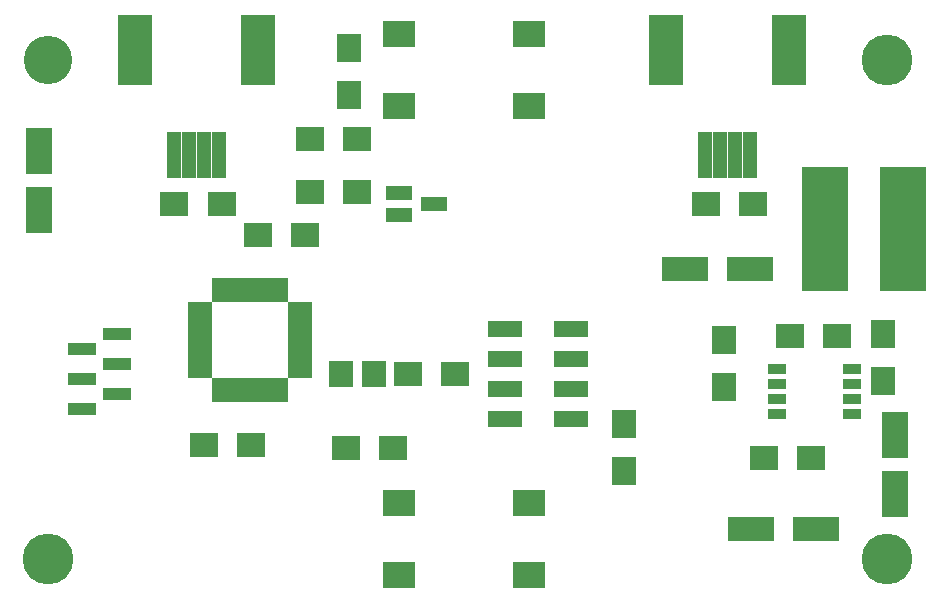
<source format=gbr>
G04 #@! TF.FileFunction,Soldermask,Top*
%FSLAX46Y46*%
G04 Gerber Fmt 4.6, Leading zero omitted, Abs format (unit mm)*
G04 Created by KiCad (PCBNEW no-vcs-found-product) date Fri Nov  4 22:39:12 2016*
%MOMM*%
%LPD*%
G01*
G04 APERTURE LIST*
%ADD10C,0.100000*%
%ADD11R,2.200860X1.200100*%
%ADD12R,2.700000X2.300000*%
%ADD13C,4.300000*%
%ADD14R,3.999180X2.000200*%
%ADD15R,2.000000X2.400000*%
%ADD16R,2.400000X2.000000*%
%ADD17R,1.997660X2.200860*%
%ADD18R,0.950000X2.000000*%
%ADD19R,2.000000X0.950000*%
%ADD20R,1.200000X4.000000*%
%ADD21R,3.000000X6.000000*%
%ADD22R,3.900000X10.600000*%
%ADD23R,2.400000X1.100000*%
%ADD24R,2.940000X1.390600*%
%ADD25R,2.400000X2.100000*%
%ADD26R,2.100000X2.400000*%
%ADD27R,1.543000X0.908000*%
%ADD28C,4.100000*%
%ADD29R,2.200860X3.900120*%
G04 APERTURE END LIST*
D10*
D11*
X84498860Y-116050000D03*
X84498860Y-117950000D03*
X87501140Y-117000000D03*
D12*
X95500000Y-102600000D03*
X84500000Y-108700000D03*
X84500000Y-102600000D03*
X95500000Y-108700000D03*
X84500000Y-148400000D03*
X95500000Y-142300000D03*
X95500000Y-148400000D03*
X84500000Y-142300000D03*
D13*
X125800000Y-104800000D03*
X125800000Y-147000000D03*
D14*
X114349180Y-144500000D03*
X119850820Y-144500000D03*
D15*
X125500000Y-132000000D03*
X125500000Y-128000000D03*
D16*
X68000000Y-137400000D03*
X72000000Y-137400000D03*
X110500000Y-117000000D03*
X114500000Y-117000000D03*
X65500000Y-117000000D03*
X69500000Y-117000000D03*
D14*
X114250820Y-122500000D03*
X108749180Y-122500000D03*
D17*
X79580140Y-131400000D03*
X82419860Y-131400000D03*
D18*
X74700000Y-124250000D03*
X73900000Y-124250000D03*
X73100000Y-124250000D03*
X72300000Y-124250000D03*
X71500000Y-124250000D03*
X70700000Y-124250000D03*
X69900000Y-124250000D03*
X69100000Y-124250000D03*
D19*
X67650000Y-125700000D03*
X67650000Y-126500000D03*
X67650000Y-127300000D03*
X67650000Y-128100000D03*
X67650000Y-128900000D03*
X67650000Y-129700000D03*
X67650000Y-130500000D03*
X67650000Y-131300000D03*
D18*
X69100000Y-132750000D03*
X69900000Y-132750000D03*
X70700000Y-132750000D03*
X71500000Y-132750000D03*
X72300000Y-132750000D03*
X73100000Y-132750000D03*
X73900000Y-132750000D03*
X74700000Y-132750000D03*
D19*
X76150000Y-131300000D03*
X76150000Y-130500000D03*
X76150000Y-129700000D03*
X76150000Y-128900000D03*
X76150000Y-128100000D03*
X76150000Y-127300000D03*
X76150000Y-126500000D03*
X76150000Y-125700000D03*
D20*
X69255000Y-112805000D03*
X67985000Y-112805000D03*
X66715000Y-112805000D03*
D21*
X72550000Y-103950000D03*
X62150000Y-103950000D03*
D20*
X65445000Y-112805000D03*
X114255000Y-112805000D03*
X112985000Y-112805000D03*
X111715000Y-112805000D03*
D21*
X117550000Y-103950000D03*
X107150000Y-103950000D03*
D20*
X110445000Y-112805000D03*
D22*
X120600000Y-119100000D03*
X127200000Y-119100000D03*
D23*
X60660000Y-127970000D03*
X57660000Y-129240000D03*
X60660000Y-130510000D03*
X57660000Y-131780000D03*
X60660000Y-133050000D03*
X57660000Y-134320000D03*
D24*
X93452000Y-127590000D03*
X93452000Y-130130000D03*
X93452000Y-132670000D03*
X99040000Y-127590000D03*
X99040000Y-130130000D03*
X99040000Y-132670000D03*
X99040000Y-135210000D03*
X93452000Y-135210000D03*
D25*
X119400000Y-138500000D03*
X115400000Y-138500000D03*
X121600000Y-128200000D03*
X117600000Y-128200000D03*
D26*
X112000000Y-132500000D03*
X112000000Y-128500000D03*
D25*
X85250000Y-131400000D03*
X89250000Y-131400000D03*
X81000000Y-111500000D03*
X77000000Y-111500000D03*
X81000000Y-116000000D03*
X77000000Y-116000000D03*
D27*
X116525000Y-134805000D03*
X116525000Y-133535000D03*
X116525000Y-132265000D03*
X116525000Y-130995000D03*
X122875000Y-130995000D03*
X122875000Y-132265000D03*
X122875000Y-133535000D03*
X122875000Y-134805000D03*
D28*
X54800000Y-104800000D03*
D13*
X54800000Y-147000000D03*
D29*
X126500000Y-136500640D03*
X126500000Y-141499360D03*
X54000000Y-112500640D03*
X54000000Y-117499360D03*
D25*
X80000000Y-137600000D03*
X84000000Y-137600000D03*
X72600000Y-119600000D03*
X76600000Y-119600000D03*
D26*
X103600000Y-139600000D03*
X103600000Y-135600000D03*
X80250000Y-103750000D03*
X80250000Y-107750000D03*
M02*

</source>
